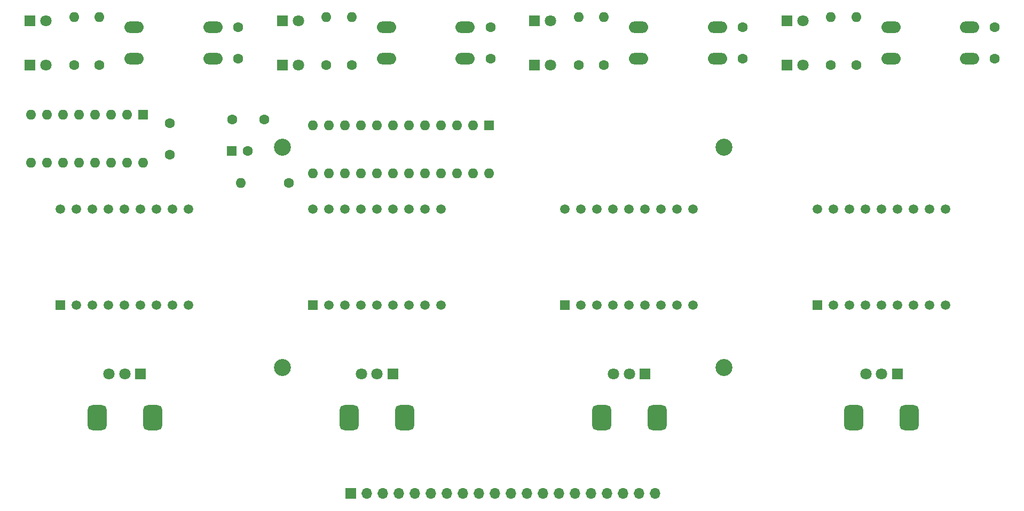
<source format=gbr>
%TF.GenerationSoftware,KiCad,Pcbnew,(6.0.5)*%
%TF.CreationDate,2022-12-29T11:20:52+00:00*%
%TF.ProjectId,PicoTX816-IOBoard,5069636f-5458-4383-9136-2d494f426f61,rev?*%
%TF.SameCoordinates,Original*%
%TF.FileFunction,Soldermask,Bot*%
%TF.FilePolarity,Negative*%
%FSLAX46Y46*%
G04 Gerber Fmt 4.6, Leading zero omitted, Abs format (unit mm)*
G04 Created by KiCad (PCBNEW (6.0.5)) date 2022-12-29 11:20:52*
%MOMM*%
%LPD*%
G01*
G04 APERTURE LIST*
G04 Aperture macros list*
%AMRoundRect*
0 Rectangle with rounded corners*
0 $1 Rounding radius*
0 $2 $3 $4 $5 $6 $7 $8 $9 X,Y pos of 4 corners*
0 Add a 4 corners polygon primitive as box body*
4,1,4,$2,$3,$4,$5,$6,$7,$8,$9,$2,$3,0*
0 Add four circle primitives for the rounded corners*
1,1,$1+$1,$2,$3*
1,1,$1+$1,$4,$5*
1,1,$1+$1,$6,$7*
1,1,$1+$1,$8,$9*
0 Add four rect primitives between the rounded corners*
20,1,$1+$1,$2,$3,$4,$5,0*
20,1,$1+$1,$4,$5,$6,$7,0*
20,1,$1+$1,$6,$7,$8,$9,0*
20,1,$1+$1,$8,$9,$2,$3,0*%
G04 Aperture macros list end*
%ADD10C,1.600000*%
%ADD11C,2.700000*%
%ADD12R,1.800000X1.800000*%
%ADD13C,1.800000*%
%ADD14RoundRect,0.750000X-0.750000X1.250000X-0.750000X-1.250000X0.750000X-1.250000X0.750000X1.250000X0*%
%ADD15R,1.600000X1.600000*%
%ADD16O,1.600000X1.600000*%
%ADD17R,1.500000X1.500000*%
%ADD18C,1.500000*%
%ADD19O,3.048000X1.850000*%
%ADD20R,1.700000X1.700000*%
%ADD21O,1.700000X1.700000*%
G04 APERTURE END LIST*
D10*
%TO.C,C2*%
X93000000Y-26000000D03*
X93000000Y-21000000D03*
%TD*%
%TO.C,C6*%
X52100000Y-35670000D03*
X57100000Y-35670000D03*
%TD*%
D11*
%TO.C,MK3*%
X60000000Y-75000000D03*
%TD*%
D12*
%TO.C,D6*%
X100000000Y-27000000D03*
D13*
X102540000Y-27000000D03*
%TD*%
D12*
%TO.C,RV3*%
X117540000Y-76000000D03*
D13*
X115040000Y-76000000D03*
X112540000Y-76000000D03*
D14*
X110640000Y-83000000D03*
X119440000Y-83000000D03*
%TD*%
D15*
%TO.C,U4*%
X37905000Y-34840000D03*
D16*
X35365000Y-34840000D03*
X32825000Y-34840000D03*
X30285000Y-34840000D03*
X27745000Y-34840000D03*
X25205000Y-34840000D03*
X22665000Y-34840000D03*
X20125000Y-34840000D03*
X20125000Y-42460000D03*
X22665000Y-42460000D03*
X25205000Y-42460000D03*
X27745000Y-42460000D03*
X30285000Y-42460000D03*
X32825000Y-42460000D03*
X35365000Y-42460000D03*
X37905000Y-42460000D03*
%TD*%
D17*
%TO.C,U7*%
X24840000Y-65120000D03*
D18*
X27380000Y-65120000D03*
X29920000Y-65120000D03*
X32460000Y-65120000D03*
X35000000Y-65120000D03*
X37540000Y-65120000D03*
X40080000Y-65120000D03*
X42620000Y-65120000D03*
X45160000Y-65120000D03*
X45160000Y-49880000D03*
X42620000Y-49880000D03*
X40080000Y-49880000D03*
X37540000Y-49880000D03*
X35000000Y-49880000D03*
X32460000Y-49880000D03*
X29920000Y-49880000D03*
X27380000Y-49880000D03*
X24840000Y-49880000D03*
%TD*%
D10*
%TO.C,R3*%
X67000000Y-27000000D03*
D16*
X67000000Y-19380000D03*
%TD*%
D10*
%TO.C,R2*%
X31000000Y-27000000D03*
D16*
X31000000Y-19380000D03*
%TD*%
D11*
%TO.C,MK4*%
X130000000Y-75000000D03*
%TD*%
D19*
%TO.C,SW3*%
X129000000Y-21000000D03*
X116500000Y-21000000D03*
X116500000Y-26000000D03*
X129000000Y-26000000D03*
%TD*%
D10*
%TO.C,R1*%
X27000000Y-27000000D03*
D16*
X27000000Y-19380000D03*
%TD*%
D11*
%TO.C,MK1*%
X60000000Y-40000000D03*
%TD*%
D10*
%TO.C,R9*%
X61040000Y-45720000D03*
D16*
X53420000Y-45720000D03*
%TD*%
D10*
%TO.C,C4*%
X173000000Y-26000000D03*
X173000000Y-21000000D03*
%TD*%
%TO.C,R8*%
X151000000Y-27000000D03*
D16*
X151000000Y-19380000D03*
%TD*%
D10*
%TO.C,R5*%
X107000000Y-27000000D03*
D16*
X107000000Y-19380000D03*
%TD*%
D17*
%TO.C,U9*%
X104840000Y-65120000D03*
D18*
X107380000Y-65120000D03*
X109920000Y-65120000D03*
X112460000Y-65120000D03*
X115000000Y-65120000D03*
X117540000Y-65120000D03*
X120080000Y-65120000D03*
X122620000Y-65120000D03*
X125160000Y-65120000D03*
X125160000Y-49880000D03*
X122620000Y-49880000D03*
X120080000Y-49880000D03*
X117540000Y-49880000D03*
X115000000Y-49880000D03*
X112460000Y-49880000D03*
X109920000Y-49880000D03*
X107380000Y-49880000D03*
X104840000Y-49880000D03*
%TD*%
D12*
%TO.C,D1*%
X20000000Y-20000000D03*
D13*
X22540000Y-20000000D03*
%TD*%
D20*
%TO.C,J2*%
X70870000Y-95000000D03*
D21*
X73410000Y-95000000D03*
X75950000Y-95000000D03*
X78490000Y-95000000D03*
X81030000Y-95000000D03*
X83570000Y-95000000D03*
X86110000Y-95000000D03*
X88650000Y-95000000D03*
X91190000Y-95000000D03*
X93730000Y-95000000D03*
X96270000Y-95000000D03*
X98810000Y-95000000D03*
X101350000Y-95000000D03*
X103890000Y-95000000D03*
X106430000Y-95000000D03*
X108970000Y-95000000D03*
X111510000Y-95000000D03*
X114050000Y-95000000D03*
X116590000Y-95000000D03*
X119130000Y-95000000D03*
%TD*%
D12*
%TO.C,D7*%
X140000000Y-20000000D03*
D13*
X142540000Y-20000000D03*
%TD*%
D12*
%TO.C,RV1*%
X37540000Y-76000000D03*
D13*
X35040000Y-76000000D03*
X32540000Y-76000000D03*
D14*
X30640000Y-83000000D03*
X39440000Y-83000000D03*
%TD*%
D19*
%TO.C,SW1*%
X36500000Y-21000000D03*
X49000000Y-21000000D03*
X49000000Y-26000000D03*
X36500000Y-26000000D03*
%TD*%
%TO.C,SW2*%
X76500000Y-21000000D03*
X89000000Y-21000000D03*
X89000000Y-26000000D03*
X76500000Y-26000000D03*
%TD*%
D15*
%TO.C,C10*%
X52014888Y-40650000D03*
D10*
X54514888Y-40650000D03*
%TD*%
D19*
%TO.C,SW4*%
X169000000Y-21000000D03*
X156500000Y-21000000D03*
X156500000Y-26000000D03*
X169000000Y-26000000D03*
%TD*%
D12*
%TO.C,D8*%
X140000000Y-27000000D03*
D13*
X142540000Y-27000000D03*
%TD*%
D17*
%TO.C,U10*%
X144840000Y-65120000D03*
D18*
X147380000Y-65120000D03*
X149920000Y-65120000D03*
X152460000Y-65120000D03*
X155000000Y-65120000D03*
X157540000Y-65120000D03*
X160080000Y-65120000D03*
X162620000Y-65120000D03*
X165160000Y-65120000D03*
X165160000Y-49880000D03*
X162620000Y-49880000D03*
X160080000Y-49880000D03*
X157540000Y-49880000D03*
X155000000Y-49880000D03*
X152460000Y-49880000D03*
X149920000Y-49880000D03*
X147380000Y-49880000D03*
X144840000Y-49880000D03*
%TD*%
D12*
%TO.C,D4*%
X60000000Y-27000000D03*
D13*
X62540000Y-27000000D03*
%TD*%
D12*
%TO.C,RV4*%
X157540000Y-76000000D03*
D13*
X155040000Y-76000000D03*
X152540000Y-76000000D03*
D14*
X159440000Y-83000000D03*
X150640000Y-83000000D03*
%TD*%
D12*
%TO.C,D2*%
X20000000Y-27000000D03*
D13*
X22540000Y-27000000D03*
%TD*%
D12*
%TO.C,D5*%
X100000000Y-20000000D03*
D13*
X102540000Y-20000000D03*
%TD*%
D17*
%TO.C,U8*%
X64840000Y-65120000D03*
D18*
X67380000Y-65120000D03*
X69920000Y-65120000D03*
X72460000Y-65120000D03*
X75000000Y-65120000D03*
X77540000Y-65120000D03*
X80080000Y-65120000D03*
X82620000Y-65120000D03*
X85160000Y-65120000D03*
X85160000Y-49880000D03*
X82620000Y-49880000D03*
X80080000Y-49880000D03*
X77540000Y-49880000D03*
X75000000Y-49880000D03*
X72460000Y-49880000D03*
X69920000Y-49880000D03*
X67380000Y-49880000D03*
X64840000Y-49880000D03*
%TD*%
D10*
%TO.C,R6*%
X111000000Y-27000000D03*
D16*
X111000000Y-19380000D03*
%TD*%
D10*
%TO.C,R4*%
X71000000Y-27000000D03*
D16*
X71000000Y-19380000D03*
%TD*%
D12*
%TO.C,D3*%
X60000000Y-20000000D03*
D13*
X62540000Y-20000000D03*
%TD*%
D10*
%TO.C,R7*%
X147000000Y-27000000D03*
D16*
X147000000Y-19380000D03*
%TD*%
D12*
%TO.C,RV2*%
X77540000Y-76000000D03*
D13*
X75040000Y-76000000D03*
X72540000Y-76000000D03*
D14*
X70640000Y-83000000D03*
X79440000Y-83000000D03*
%TD*%
D10*
%TO.C,C3*%
X133000000Y-26000000D03*
X133000000Y-21000000D03*
%TD*%
D11*
%TO.C,MK2*%
X130000000Y-40000000D03*
%TD*%
D10*
%TO.C,C9*%
X42140000Y-41250000D03*
X42140000Y-36250000D03*
%TD*%
D15*
%TO.C,U2*%
X92775000Y-36580000D03*
D16*
X90235000Y-36580000D03*
X87695000Y-36580000D03*
X85155000Y-36580000D03*
X82615000Y-36580000D03*
X80075000Y-36580000D03*
X77535000Y-36580000D03*
X74995000Y-36580000D03*
X72455000Y-36580000D03*
X69915000Y-36580000D03*
X67375000Y-36580000D03*
X64835000Y-36580000D03*
X64835000Y-44200000D03*
X67375000Y-44200000D03*
X69915000Y-44200000D03*
X72455000Y-44200000D03*
X74995000Y-44200000D03*
X77535000Y-44200000D03*
X80075000Y-44200000D03*
X82615000Y-44200000D03*
X85155000Y-44200000D03*
X87695000Y-44200000D03*
X90235000Y-44200000D03*
X92775000Y-44200000D03*
%TD*%
D10*
%TO.C,C1*%
X53000000Y-26000000D03*
X53000000Y-21000000D03*
%TD*%
M02*

</source>
